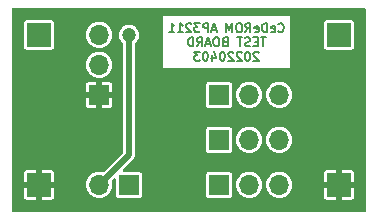
<source format=gbr>
%TF.GenerationSoftware,KiCad,Pcbnew,6.0.4*%
%TF.CreationDate,2022-04-03T03:04:26+02:00*%
%TF.ProjectId,cederom-ap3211-test,63656465-726f-46d2-9d61-70333231312d,2022-04-03*%
%TF.SameCoordinates,Original*%
%TF.FileFunction,Copper,L2,Bot*%
%TF.FilePolarity,Positive*%
%FSLAX46Y46*%
G04 Gerber Fmt 4.6, Leading zero omitted, Abs format (unit mm)*
G04 Created by KiCad (PCBNEW 6.0.4) date 2022-04-03 03:04:26*
%MOMM*%
%LPD*%
G01*
G04 APERTURE LIST*
%ADD10C,0.187500*%
%TA.AperFunction,NonConductor*%
%ADD11C,0.187500*%
%TD*%
%TA.AperFunction,ComponentPad*%
%ADD12R,2.000000X2.000000*%
%TD*%
%TA.AperFunction,ComponentPad*%
%ADD13O,1.700000X1.700000*%
%TD*%
%TA.AperFunction,ComponentPad*%
%ADD14R,1.700000X1.700000*%
%TD*%
%TA.AperFunction,ViaPad*%
%ADD15C,1.200000*%
%TD*%
%TA.AperFunction,Conductor*%
%ADD16C,0.500000*%
%TD*%
G04 APERTURE END LIST*
D10*
D11*
X83767857Y-50495357D02*
X83803571Y-50531071D01*
X83910714Y-50566785D01*
X83982142Y-50566785D01*
X84089285Y-50531071D01*
X84160714Y-50459642D01*
X84196428Y-50388214D01*
X84232142Y-50245357D01*
X84232142Y-50138214D01*
X84196428Y-49995357D01*
X84160714Y-49923928D01*
X84089285Y-49852500D01*
X83982142Y-49816785D01*
X83910714Y-49816785D01*
X83803571Y-49852500D01*
X83767857Y-49888214D01*
X83160714Y-50531071D02*
X83232142Y-50566785D01*
X83375000Y-50566785D01*
X83446428Y-50531071D01*
X83482142Y-50459642D01*
X83482142Y-50173928D01*
X83446428Y-50102500D01*
X83375000Y-50066785D01*
X83232142Y-50066785D01*
X83160714Y-50102500D01*
X83125000Y-50173928D01*
X83125000Y-50245357D01*
X83482142Y-50316785D01*
X82803571Y-50566785D02*
X82803571Y-49816785D01*
X82625000Y-49816785D01*
X82517857Y-49852500D01*
X82446428Y-49923928D01*
X82410714Y-49995357D01*
X82375000Y-50138214D01*
X82375000Y-50245357D01*
X82410714Y-50388214D01*
X82446428Y-50459642D01*
X82517857Y-50531071D01*
X82625000Y-50566785D01*
X82803571Y-50566785D01*
X81767857Y-50531071D02*
X81839285Y-50566785D01*
X81982142Y-50566785D01*
X82053571Y-50531071D01*
X82089285Y-50459642D01*
X82089285Y-50173928D01*
X82053571Y-50102500D01*
X81982142Y-50066785D01*
X81839285Y-50066785D01*
X81767857Y-50102500D01*
X81732142Y-50173928D01*
X81732142Y-50245357D01*
X82089285Y-50316785D01*
X80982142Y-50566785D02*
X81232142Y-50209642D01*
X81410714Y-50566785D02*
X81410714Y-49816785D01*
X81125000Y-49816785D01*
X81053571Y-49852500D01*
X81017857Y-49888214D01*
X80982142Y-49959642D01*
X80982142Y-50066785D01*
X81017857Y-50138214D01*
X81053571Y-50173928D01*
X81125000Y-50209642D01*
X81410714Y-50209642D01*
X80517857Y-49816785D02*
X80375000Y-49816785D01*
X80303571Y-49852500D01*
X80232142Y-49923928D01*
X80196428Y-50066785D01*
X80196428Y-50316785D01*
X80232142Y-50459642D01*
X80303571Y-50531071D01*
X80375000Y-50566785D01*
X80517857Y-50566785D01*
X80589285Y-50531071D01*
X80660714Y-50459642D01*
X80696428Y-50316785D01*
X80696428Y-50066785D01*
X80660714Y-49923928D01*
X80589285Y-49852500D01*
X80517857Y-49816785D01*
X79875000Y-50566785D02*
X79875000Y-49816785D01*
X79625000Y-50352500D01*
X79375000Y-49816785D01*
X79375000Y-50566785D01*
X78482142Y-50352500D02*
X78125000Y-50352500D01*
X78553571Y-50566785D02*
X78303571Y-49816785D01*
X78053571Y-50566785D01*
X77803571Y-50566785D02*
X77803571Y-49816785D01*
X77517857Y-49816785D01*
X77446428Y-49852500D01*
X77410714Y-49888214D01*
X77375000Y-49959642D01*
X77375000Y-50066785D01*
X77410714Y-50138214D01*
X77446428Y-50173928D01*
X77517857Y-50209642D01*
X77803571Y-50209642D01*
X77125000Y-49816785D02*
X76660714Y-49816785D01*
X76910714Y-50102500D01*
X76803571Y-50102500D01*
X76732142Y-50138214D01*
X76696428Y-50173928D01*
X76660714Y-50245357D01*
X76660714Y-50423928D01*
X76696428Y-50495357D01*
X76732142Y-50531071D01*
X76803571Y-50566785D01*
X77017857Y-50566785D01*
X77089285Y-50531071D01*
X77125000Y-50495357D01*
X76375000Y-49888214D02*
X76339285Y-49852500D01*
X76267857Y-49816785D01*
X76089285Y-49816785D01*
X76017857Y-49852500D01*
X75982142Y-49888214D01*
X75946428Y-49959642D01*
X75946428Y-50031071D01*
X75982142Y-50138214D01*
X76410714Y-50566785D01*
X75946428Y-50566785D01*
X75232142Y-50566785D02*
X75660714Y-50566785D01*
X75446428Y-50566785D02*
X75446428Y-49816785D01*
X75517857Y-49923928D01*
X75589285Y-49995357D01*
X75660714Y-50031071D01*
X74517857Y-50566785D02*
X74946428Y-50566785D01*
X74732142Y-50566785D02*
X74732142Y-49816785D01*
X74803571Y-49923928D01*
X74875000Y-49995357D01*
X74946428Y-50031071D01*
X82696428Y-51024285D02*
X82267857Y-51024285D01*
X82482142Y-51774285D02*
X82482142Y-51024285D01*
X82017857Y-51381428D02*
X81767857Y-51381428D01*
X81660714Y-51774285D02*
X82017857Y-51774285D01*
X82017857Y-51024285D01*
X81660714Y-51024285D01*
X81375000Y-51738571D02*
X81267857Y-51774285D01*
X81089285Y-51774285D01*
X81017857Y-51738571D01*
X80982142Y-51702857D01*
X80946428Y-51631428D01*
X80946428Y-51560000D01*
X80982142Y-51488571D01*
X81017857Y-51452857D01*
X81089285Y-51417142D01*
X81232142Y-51381428D01*
X81303571Y-51345714D01*
X81339285Y-51310000D01*
X81375000Y-51238571D01*
X81375000Y-51167142D01*
X81339285Y-51095714D01*
X81303571Y-51060000D01*
X81232142Y-51024285D01*
X81053571Y-51024285D01*
X80946428Y-51060000D01*
X80732142Y-51024285D02*
X80303571Y-51024285D01*
X80517857Y-51774285D02*
X80517857Y-51024285D01*
X79232142Y-51381428D02*
X79124999Y-51417142D01*
X79089285Y-51452857D01*
X79053571Y-51524285D01*
X79053571Y-51631428D01*
X79089285Y-51702857D01*
X79124999Y-51738571D01*
X79196428Y-51774285D01*
X79482142Y-51774285D01*
X79482142Y-51024285D01*
X79232142Y-51024285D01*
X79160714Y-51060000D01*
X79124999Y-51095714D01*
X79089285Y-51167142D01*
X79089285Y-51238571D01*
X79124999Y-51310000D01*
X79160714Y-51345714D01*
X79232142Y-51381428D01*
X79482142Y-51381428D01*
X78589285Y-51024285D02*
X78446428Y-51024285D01*
X78374999Y-51060000D01*
X78303571Y-51131428D01*
X78267857Y-51274285D01*
X78267857Y-51524285D01*
X78303571Y-51667142D01*
X78374999Y-51738571D01*
X78446428Y-51774285D01*
X78589285Y-51774285D01*
X78660714Y-51738571D01*
X78732142Y-51667142D01*
X78767857Y-51524285D01*
X78767857Y-51274285D01*
X78732142Y-51131428D01*
X78660714Y-51060000D01*
X78589285Y-51024285D01*
X77982142Y-51560000D02*
X77624999Y-51560000D01*
X78053571Y-51774285D02*
X77803571Y-51024285D01*
X77553571Y-51774285D01*
X76874999Y-51774285D02*
X77124999Y-51417142D01*
X77303571Y-51774285D02*
X77303571Y-51024285D01*
X77017857Y-51024285D01*
X76946428Y-51060000D01*
X76910714Y-51095714D01*
X76874999Y-51167142D01*
X76874999Y-51274285D01*
X76910714Y-51345714D01*
X76946428Y-51381428D01*
X77017857Y-51417142D01*
X77303571Y-51417142D01*
X76553571Y-51774285D02*
X76553571Y-51024285D01*
X76374999Y-51024285D01*
X76267857Y-51060000D01*
X76196428Y-51131428D01*
X76160714Y-51202857D01*
X76124999Y-51345714D01*
X76124999Y-51452857D01*
X76160714Y-51595714D01*
X76196428Y-51667142D01*
X76267857Y-51738571D01*
X76374999Y-51774285D01*
X76553571Y-51774285D01*
X82089285Y-52303214D02*
X82053571Y-52267500D01*
X81982142Y-52231785D01*
X81803571Y-52231785D01*
X81732142Y-52267500D01*
X81696428Y-52303214D01*
X81660714Y-52374642D01*
X81660714Y-52446071D01*
X81696428Y-52553214D01*
X82125000Y-52981785D01*
X81660714Y-52981785D01*
X81196428Y-52231785D02*
X81125000Y-52231785D01*
X81053571Y-52267500D01*
X81017857Y-52303214D01*
X80982142Y-52374642D01*
X80946428Y-52517500D01*
X80946428Y-52696071D01*
X80982142Y-52838928D01*
X81017857Y-52910357D01*
X81053571Y-52946071D01*
X81125000Y-52981785D01*
X81196428Y-52981785D01*
X81267857Y-52946071D01*
X81303571Y-52910357D01*
X81339285Y-52838928D01*
X81375000Y-52696071D01*
X81375000Y-52517500D01*
X81339285Y-52374642D01*
X81303571Y-52303214D01*
X81267857Y-52267500D01*
X81196428Y-52231785D01*
X80660714Y-52303214D02*
X80625000Y-52267500D01*
X80553571Y-52231785D01*
X80375000Y-52231785D01*
X80303571Y-52267500D01*
X80267857Y-52303214D01*
X80232142Y-52374642D01*
X80232142Y-52446071D01*
X80267857Y-52553214D01*
X80696428Y-52981785D01*
X80232142Y-52981785D01*
X79946428Y-52303214D02*
X79910714Y-52267500D01*
X79839285Y-52231785D01*
X79660714Y-52231785D01*
X79589285Y-52267500D01*
X79553571Y-52303214D01*
X79517857Y-52374642D01*
X79517857Y-52446071D01*
X79553571Y-52553214D01*
X79982142Y-52981785D01*
X79517857Y-52981785D01*
X79053571Y-52231785D02*
X78982142Y-52231785D01*
X78910714Y-52267500D01*
X78875000Y-52303214D01*
X78839285Y-52374642D01*
X78803571Y-52517500D01*
X78803571Y-52696071D01*
X78839285Y-52838928D01*
X78875000Y-52910357D01*
X78910714Y-52946071D01*
X78982142Y-52981785D01*
X79053571Y-52981785D01*
X79125000Y-52946071D01*
X79160714Y-52910357D01*
X79196428Y-52838928D01*
X79232142Y-52696071D01*
X79232142Y-52517500D01*
X79196428Y-52374642D01*
X79160714Y-52303214D01*
X79125000Y-52267500D01*
X79053571Y-52231785D01*
X78160714Y-52481785D02*
X78160714Y-52981785D01*
X78339285Y-52196071D02*
X78517857Y-52731785D01*
X78053571Y-52731785D01*
X77625000Y-52231785D02*
X77553571Y-52231785D01*
X77482142Y-52267500D01*
X77446428Y-52303214D01*
X77410714Y-52374642D01*
X77375000Y-52517500D01*
X77375000Y-52696071D01*
X77410714Y-52838928D01*
X77446428Y-52910357D01*
X77482142Y-52946071D01*
X77553571Y-52981785D01*
X77625000Y-52981785D01*
X77696428Y-52946071D01*
X77732142Y-52910357D01*
X77767857Y-52838928D01*
X77803571Y-52696071D01*
X77803571Y-52517500D01*
X77767857Y-52374642D01*
X77732142Y-52303214D01*
X77696428Y-52267500D01*
X77625000Y-52231785D01*
X77125000Y-52231785D02*
X76660714Y-52231785D01*
X76910714Y-52517500D01*
X76803571Y-52517500D01*
X76732142Y-52553214D01*
X76696428Y-52588928D01*
X76660714Y-52660357D01*
X76660714Y-52838928D01*
X76696428Y-52910357D01*
X76732142Y-52946071D01*
X76803571Y-52981785D01*
X77017857Y-52981785D01*
X77089285Y-52946071D01*
X77125000Y-52910357D01*
D12*
%TO.P,TP4,1,1*%
%TO.N,GND*%
X88900000Y-63500000D03*
%TD*%
%TO.P,TP3,1,1*%
%TO.N,Net-(C2-Pad1)*%
X88900000Y-50800000D03*
%TD*%
%TO.P,TP2,1,1*%
%TO.N,GND*%
X63500000Y-63500000D03*
%TD*%
%TO.P,TP1,1,1*%
%TO.N,Net-(C1-Pad1)*%
X63500000Y-50800000D03*
%TD*%
D13*
%TO.P,R`1,2,Pin_2*%
%TO.N,Net-(R1-Pad1)*%
X68580000Y-63500000D03*
D14*
%TO.P,R`1,1,Pin_1*%
%TO.N,Net-(JP4-Pad1)*%
X71120000Y-63500000D03*
%TD*%
%TO.P,JP4,1,A*%
%TO.N,Net-(JP4-Pad1)*%
X78755000Y-63500000D03*
D13*
%TO.P,JP4,2,C*%
%TO.N,Net-(C2-Pad1)*%
X81295000Y-63500000D03*
%TO.P,JP4,3,B*%
%TO.N,Net-(JP4-Pad3)*%
X83835000Y-63500000D03*
%TD*%
D14*
%TO.P,JP3,1,A*%
%TO.N,Net-(JP3-Pad1)*%
X78755000Y-55880000D03*
D13*
%TO.P,JP3,2,C*%
%TO.N,Net-(CB1-Pad2)*%
X81295000Y-55880000D03*
%TO.P,JP3,3,B*%
%TO.N,Net-(JP3-Pad3)*%
X83835000Y-55880000D03*
%TD*%
%TO.P,JP2,3,B*%
%TO.N,Net-(D2-Pad1)*%
X83820000Y-59690000D03*
%TO.P,JP2,2,C*%
%TO.N,Net-(CB1-Pad2)*%
X81280000Y-59690000D03*
D14*
%TO.P,JP2,1,A*%
%TO.N,Net-(D1-Pad1)*%
X78740000Y-59690000D03*
%TD*%
%TO.P,JP1,1,A*%
%TO.N,GND*%
X68580000Y-55880000D03*
D13*
%TO.P,JP1,2,C*%
%TO.N,Net-(JP1-Pad2)*%
X68580000Y-53340000D03*
%TO.P,JP1,3,B*%
%TO.N,Net-(C1-Pad1)*%
X68580000Y-50800000D03*
%TD*%
D15*
%TO.N,Net-(R1-Pad1)*%
X71120000Y-50800000D03*
%TD*%
D16*
%TO.N,Net-(R1-Pad1)*%
X71120000Y-50800000D02*
X71120000Y-60960000D01*
X71120000Y-60960000D02*
X68580000Y-63500000D01*
%TD*%
%TA.AperFunction,Conductor*%
%TO.N,GND*%
G36*
X91127621Y-48534502D02*
G01*
X91174114Y-48588158D01*
X91185500Y-48640500D01*
X91185500Y-65659500D01*
X91165498Y-65727621D01*
X91111842Y-65774114D01*
X91059500Y-65785500D01*
X61340500Y-65785500D01*
X61272379Y-65765498D01*
X61225886Y-65711842D01*
X61214500Y-65659500D01*
X61214500Y-64518828D01*
X62246001Y-64518828D01*
X62247209Y-64531088D01*
X62258315Y-64586931D01*
X62267633Y-64609427D01*
X62309983Y-64672808D01*
X62327192Y-64690017D01*
X62390575Y-64732368D01*
X62413066Y-64741684D01*
X62468915Y-64752793D01*
X62481170Y-64754000D01*
X63227885Y-64754000D01*
X63243124Y-64749525D01*
X63244329Y-64748135D01*
X63246000Y-64740452D01*
X63246000Y-64735884D01*
X63754000Y-64735884D01*
X63758475Y-64751123D01*
X63759865Y-64752328D01*
X63767548Y-64753999D01*
X64518828Y-64753999D01*
X64531088Y-64752791D01*
X64586931Y-64741685D01*
X64609427Y-64732367D01*
X64672808Y-64690017D01*
X64690017Y-64672808D01*
X64732368Y-64609425D01*
X64741684Y-64586934D01*
X64752793Y-64531085D01*
X64754000Y-64518830D01*
X64754000Y-63772115D01*
X64749525Y-63756876D01*
X64748135Y-63755671D01*
X64740452Y-63754000D01*
X63772115Y-63754000D01*
X63756876Y-63758475D01*
X63755671Y-63759865D01*
X63754000Y-63767548D01*
X63754000Y-64735884D01*
X63246000Y-64735884D01*
X63246000Y-63772115D01*
X63241525Y-63756876D01*
X63240135Y-63755671D01*
X63232452Y-63754000D01*
X62264116Y-63754000D01*
X62248877Y-63758475D01*
X62247672Y-63759865D01*
X62246001Y-63767548D01*
X62246001Y-64518828D01*
X61214500Y-64518828D01*
X61214500Y-63470964D01*
X67471148Y-63470964D01*
X67484424Y-63673522D01*
X67485845Y-63679118D01*
X67485846Y-63679123D01*
X67532971Y-63864674D01*
X67534392Y-63870269D01*
X67536809Y-63875512D01*
X67574010Y-63956208D01*
X67619377Y-64054616D01*
X67736533Y-64220389D01*
X67881938Y-64362035D01*
X68050720Y-64474812D01*
X68056023Y-64477090D01*
X68056026Y-64477092D01*
X68181699Y-64531085D01*
X68237228Y-64554942D01*
X68310244Y-64571464D01*
X68429579Y-64598467D01*
X68429584Y-64598468D01*
X68435216Y-64599742D01*
X68440987Y-64599969D01*
X68440989Y-64599969D01*
X68500756Y-64602317D01*
X68638053Y-64607712D01*
X68745348Y-64592155D01*
X68833231Y-64579413D01*
X68833236Y-64579412D01*
X68838945Y-64578584D01*
X68844409Y-64576729D01*
X68844414Y-64576728D01*
X69025693Y-64515192D01*
X69025698Y-64515190D01*
X69031165Y-64513334D01*
X69208276Y-64414147D01*
X69247969Y-64381135D01*
X69359913Y-64288031D01*
X69364345Y-64284345D01*
X69494147Y-64128276D01*
X69593334Y-63951165D01*
X69595190Y-63945698D01*
X69595192Y-63945693D01*
X69656728Y-63764414D01*
X69656729Y-63764409D01*
X69658584Y-63758945D01*
X69659412Y-63753236D01*
X69659413Y-63753231D01*
X69687179Y-63561727D01*
X69687712Y-63558053D01*
X69689232Y-63500000D01*
X69670658Y-63297859D01*
X69664244Y-63275115D01*
X69652196Y-63232398D01*
X69652956Y-63161405D01*
X69684370Y-63109101D01*
X69800405Y-62993066D01*
X69862717Y-62959040D01*
X69933532Y-62964105D01*
X69990368Y-63006652D01*
X70015179Y-63073172D01*
X70015500Y-63082161D01*
X70015501Y-63753231D01*
X70015501Y-64375066D01*
X70030266Y-64449301D01*
X70037161Y-64459620D01*
X70037162Y-64459622D01*
X70076723Y-64518828D01*
X70086516Y-64533484D01*
X70170699Y-64589734D01*
X70244933Y-64604500D01*
X71119858Y-64604500D01*
X71995066Y-64604499D01*
X72030818Y-64597388D01*
X72057126Y-64592156D01*
X72057128Y-64592155D01*
X72069301Y-64589734D01*
X72079621Y-64582839D01*
X72079622Y-64582838D01*
X72143168Y-64540377D01*
X72153484Y-64533484D01*
X72209734Y-64449301D01*
X72224500Y-64375067D01*
X72224499Y-62624934D01*
X72224499Y-62624933D01*
X77650500Y-62624933D01*
X77650501Y-64375066D01*
X77665266Y-64449301D01*
X77672161Y-64459620D01*
X77672162Y-64459622D01*
X77711723Y-64518828D01*
X77721516Y-64533484D01*
X77805699Y-64589734D01*
X77879933Y-64604500D01*
X78754858Y-64604500D01*
X79630066Y-64604499D01*
X79665818Y-64597388D01*
X79692126Y-64592156D01*
X79692128Y-64592155D01*
X79704301Y-64589734D01*
X79714621Y-64582839D01*
X79714622Y-64582838D01*
X79778168Y-64540377D01*
X79788484Y-64533484D01*
X79844734Y-64449301D01*
X79859500Y-64375067D01*
X79859499Y-63470964D01*
X80186148Y-63470964D01*
X80199424Y-63673522D01*
X80200845Y-63679118D01*
X80200846Y-63679123D01*
X80247971Y-63864674D01*
X80249392Y-63870269D01*
X80251809Y-63875512D01*
X80289010Y-63956208D01*
X80334377Y-64054616D01*
X80451533Y-64220389D01*
X80596938Y-64362035D01*
X80765720Y-64474812D01*
X80771023Y-64477090D01*
X80771026Y-64477092D01*
X80896699Y-64531085D01*
X80952228Y-64554942D01*
X81025244Y-64571464D01*
X81144579Y-64598467D01*
X81144584Y-64598468D01*
X81150216Y-64599742D01*
X81155987Y-64599969D01*
X81155989Y-64599969D01*
X81215756Y-64602317D01*
X81353053Y-64607712D01*
X81460348Y-64592155D01*
X81548231Y-64579413D01*
X81548236Y-64579412D01*
X81553945Y-64578584D01*
X81559409Y-64576729D01*
X81559414Y-64576728D01*
X81740693Y-64515192D01*
X81740698Y-64515190D01*
X81746165Y-64513334D01*
X81923276Y-64414147D01*
X81962969Y-64381135D01*
X82074913Y-64288031D01*
X82079345Y-64284345D01*
X82209147Y-64128276D01*
X82308334Y-63951165D01*
X82310190Y-63945698D01*
X82310192Y-63945693D01*
X82371728Y-63764414D01*
X82371729Y-63764409D01*
X82373584Y-63758945D01*
X82374412Y-63753236D01*
X82374413Y-63753231D01*
X82402179Y-63561727D01*
X82402712Y-63558053D01*
X82404232Y-63500000D01*
X82401564Y-63470964D01*
X82726148Y-63470964D01*
X82739424Y-63673522D01*
X82740845Y-63679118D01*
X82740846Y-63679123D01*
X82787971Y-63864674D01*
X82789392Y-63870269D01*
X82791809Y-63875512D01*
X82829010Y-63956208D01*
X82874377Y-64054616D01*
X82991533Y-64220389D01*
X83136938Y-64362035D01*
X83305720Y-64474812D01*
X83311023Y-64477090D01*
X83311026Y-64477092D01*
X83436699Y-64531085D01*
X83492228Y-64554942D01*
X83565244Y-64571464D01*
X83684579Y-64598467D01*
X83684584Y-64598468D01*
X83690216Y-64599742D01*
X83695987Y-64599969D01*
X83695989Y-64599969D01*
X83755756Y-64602317D01*
X83893053Y-64607712D01*
X84000348Y-64592155D01*
X84088231Y-64579413D01*
X84088236Y-64579412D01*
X84093945Y-64578584D01*
X84099409Y-64576729D01*
X84099414Y-64576728D01*
X84269982Y-64518828D01*
X87646001Y-64518828D01*
X87647209Y-64531088D01*
X87658315Y-64586931D01*
X87667633Y-64609427D01*
X87709983Y-64672808D01*
X87727192Y-64690017D01*
X87790575Y-64732368D01*
X87813066Y-64741684D01*
X87868915Y-64752793D01*
X87881170Y-64754000D01*
X88627885Y-64754000D01*
X88643124Y-64749525D01*
X88644329Y-64748135D01*
X88646000Y-64740452D01*
X88646000Y-64735884D01*
X89154000Y-64735884D01*
X89158475Y-64751123D01*
X89159865Y-64752328D01*
X89167548Y-64753999D01*
X89918828Y-64753999D01*
X89931088Y-64752791D01*
X89986931Y-64741685D01*
X90009427Y-64732367D01*
X90072808Y-64690017D01*
X90090017Y-64672808D01*
X90132368Y-64609425D01*
X90141684Y-64586934D01*
X90152793Y-64531085D01*
X90154000Y-64518830D01*
X90154000Y-63772115D01*
X90149525Y-63756876D01*
X90148135Y-63755671D01*
X90140452Y-63754000D01*
X89172115Y-63754000D01*
X89156876Y-63758475D01*
X89155671Y-63759865D01*
X89154000Y-63767548D01*
X89154000Y-64735884D01*
X88646000Y-64735884D01*
X88646000Y-63772115D01*
X88641525Y-63756876D01*
X88640135Y-63755671D01*
X88632452Y-63754000D01*
X87664116Y-63754000D01*
X87648877Y-63758475D01*
X87647672Y-63759865D01*
X87646001Y-63767548D01*
X87646001Y-64518828D01*
X84269982Y-64518828D01*
X84280693Y-64515192D01*
X84280698Y-64515190D01*
X84286165Y-64513334D01*
X84463276Y-64414147D01*
X84502969Y-64381135D01*
X84614913Y-64288031D01*
X84619345Y-64284345D01*
X84749147Y-64128276D01*
X84848334Y-63951165D01*
X84850190Y-63945698D01*
X84850192Y-63945693D01*
X84911728Y-63764414D01*
X84911729Y-63764409D01*
X84913584Y-63758945D01*
X84914412Y-63753236D01*
X84914413Y-63753231D01*
X84942179Y-63561727D01*
X84942712Y-63558053D01*
X84944232Y-63500000D01*
X84925658Y-63297859D01*
X84924090Y-63292299D01*
X84905923Y-63227885D01*
X87646000Y-63227885D01*
X87650475Y-63243124D01*
X87651865Y-63244329D01*
X87659548Y-63246000D01*
X88627885Y-63246000D01*
X88643124Y-63241525D01*
X88644329Y-63240135D01*
X88646000Y-63232452D01*
X88646000Y-63227885D01*
X89154000Y-63227885D01*
X89158475Y-63243124D01*
X89159865Y-63244329D01*
X89167548Y-63246000D01*
X90135884Y-63246000D01*
X90151123Y-63241525D01*
X90152328Y-63240135D01*
X90153999Y-63232452D01*
X90153999Y-62481172D01*
X90152791Y-62468912D01*
X90141685Y-62413069D01*
X90132367Y-62390573D01*
X90090017Y-62327192D01*
X90072808Y-62309983D01*
X90009425Y-62267632D01*
X89986934Y-62258316D01*
X89931085Y-62247207D01*
X89918830Y-62246000D01*
X89172115Y-62246000D01*
X89156876Y-62250475D01*
X89155671Y-62251865D01*
X89154000Y-62259548D01*
X89154000Y-63227885D01*
X88646000Y-63227885D01*
X88646000Y-62264116D01*
X88641525Y-62248877D01*
X88640135Y-62247672D01*
X88632452Y-62246001D01*
X87881172Y-62246001D01*
X87868912Y-62247209D01*
X87813069Y-62258315D01*
X87790573Y-62267633D01*
X87727192Y-62309983D01*
X87709983Y-62327192D01*
X87667632Y-62390575D01*
X87658316Y-62413066D01*
X87647207Y-62468915D01*
X87646000Y-62481170D01*
X87646000Y-63227885D01*
X84905923Y-63227885D01*
X84872125Y-63108046D01*
X84872124Y-63108044D01*
X84870557Y-63102487D01*
X84860534Y-63082161D01*
X84783331Y-62925609D01*
X84780776Y-62920428D01*
X84659320Y-62757779D01*
X84510258Y-62619987D01*
X84505375Y-62616906D01*
X84505371Y-62616903D01*
X84343464Y-62514748D01*
X84338581Y-62511667D01*
X84150039Y-62436446D01*
X84144379Y-62435320D01*
X84144375Y-62435319D01*
X83956613Y-62397971D01*
X83956610Y-62397971D01*
X83950946Y-62396844D01*
X83945171Y-62396768D01*
X83945167Y-62396768D01*
X83843793Y-62395441D01*
X83747971Y-62394187D01*
X83742274Y-62395166D01*
X83742273Y-62395166D01*
X83614271Y-62417161D01*
X83547910Y-62428564D01*
X83357463Y-62498824D01*
X83183010Y-62602612D01*
X83178670Y-62606418D01*
X83178666Y-62606421D01*
X83034733Y-62732648D01*
X83030392Y-62736455D01*
X82904720Y-62895869D01*
X82902031Y-62900980D01*
X82902029Y-62900983D01*
X82889073Y-62925609D01*
X82810203Y-63075515D01*
X82750007Y-63269378D01*
X82726148Y-63470964D01*
X82401564Y-63470964D01*
X82385658Y-63297859D01*
X82384090Y-63292299D01*
X82332125Y-63108046D01*
X82332124Y-63108044D01*
X82330557Y-63102487D01*
X82320534Y-63082161D01*
X82243331Y-62925609D01*
X82240776Y-62920428D01*
X82119320Y-62757779D01*
X81970258Y-62619987D01*
X81965375Y-62616906D01*
X81965371Y-62616903D01*
X81803464Y-62514748D01*
X81798581Y-62511667D01*
X81610039Y-62436446D01*
X81604379Y-62435320D01*
X81604375Y-62435319D01*
X81416613Y-62397971D01*
X81416610Y-62397971D01*
X81410946Y-62396844D01*
X81405171Y-62396768D01*
X81405167Y-62396768D01*
X81303793Y-62395441D01*
X81207971Y-62394187D01*
X81202274Y-62395166D01*
X81202273Y-62395166D01*
X81074271Y-62417161D01*
X81007910Y-62428564D01*
X80817463Y-62498824D01*
X80643010Y-62602612D01*
X80638670Y-62606418D01*
X80638666Y-62606421D01*
X80494733Y-62732648D01*
X80490392Y-62736455D01*
X80364720Y-62895869D01*
X80362031Y-62900980D01*
X80362029Y-62900983D01*
X80349073Y-62925609D01*
X80270203Y-63075515D01*
X80210007Y-63269378D01*
X80186148Y-63470964D01*
X79859499Y-63470964D01*
X79859499Y-62624934D01*
X79844734Y-62550699D01*
X79818654Y-62511667D01*
X79795377Y-62476832D01*
X79788484Y-62466516D01*
X79704301Y-62410266D01*
X79630067Y-62395500D01*
X78755142Y-62395500D01*
X77879934Y-62395501D01*
X77844182Y-62402612D01*
X77817874Y-62407844D01*
X77817872Y-62407845D01*
X77805699Y-62410266D01*
X77795379Y-62417161D01*
X77795378Y-62417162D01*
X77751561Y-62446440D01*
X77721516Y-62466516D01*
X77665266Y-62550699D01*
X77650500Y-62624933D01*
X72224499Y-62624933D01*
X72209734Y-62550699D01*
X72183654Y-62511667D01*
X72160377Y-62476832D01*
X72153484Y-62466516D01*
X72069301Y-62410266D01*
X71995067Y-62395500D01*
X71963231Y-62395500D01*
X70702159Y-62395501D01*
X70634039Y-62375499D01*
X70587546Y-62321843D01*
X70577442Y-62251569D01*
X70606935Y-62186989D01*
X70613065Y-62180406D01*
X71426794Y-61366677D01*
X71436234Y-61359135D01*
X71435911Y-61358755D01*
X71442747Y-61352937D01*
X71450339Y-61348147D01*
X71485672Y-61308140D01*
X71491017Y-61302454D01*
X71502351Y-61291120D01*
X71505038Y-61287534D01*
X71505043Y-61287529D01*
X71508557Y-61282841D01*
X71514938Y-61275003D01*
X71540060Y-61246557D01*
X71546001Y-61239830D01*
X71549815Y-61231707D01*
X71551661Y-61228896D01*
X71560072Y-61214897D01*
X71561686Y-61211948D01*
X71567070Y-61204765D01*
X71583542Y-61160826D01*
X71587469Y-61151506D01*
X71603602Y-61117144D01*
X71603602Y-61117143D01*
X71607417Y-61109018D01*
X71608798Y-61100147D01*
X71609783Y-61096925D01*
X71613920Y-61081154D01*
X71614644Y-61077860D01*
X71617798Y-61069448D01*
X71621276Y-61022650D01*
X71622426Y-61012626D01*
X71624500Y-60999303D01*
X71624500Y-60983938D01*
X71624846Y-60974601D01*
X71627842Y-60934282D01*
X71628507Y-60925334D01*
X71626634Y-60916559D01*
X71626041Y-60907863D01*
X71624500Y-60893263D01*
X71624500Y-58814933D01*
X77635500Y-58814933D01*
X77635501Y-60565066D01*
X77650266Y-60639301D01*
X77657161Y-60649620D01*
X77657162Y-60649622D01*
X77697516Y-60710015D01*
X77706516Y-60723484D01*
X77790699Y-60779734D01*
X77864933Y-60794500D01*
X78739858Y-60794500D01*
X79615066Y-60794499D01*
X79650818Y-60787388D01*
X79677126Y-60782156D01*
X79677128Y-60782155D01*
X79689301Y-60779734D01*
X79699621Y-60772839D01*
X79699622Y-60772838D01*
X79763168Y-60730377D01*
X79773484Y-60723484D01*
X79829734Y-60639301D01*
X79844500Y-60565067D01*
X79844499Y-59660964D01*
X80171148Y-59660964D01*
X80184424Y-59863522D01*
X80185845Y-59869118D01*
X80185846Y-59869123D01*
X80206119Y-59948945D01*
X80234392Y-60060269D01*
X80236809Y-60065512D01*
X80274010Y-60146208D01*
X80319377Y-60244616D01*
X80436533Y-60410389D01*
X80581938Y-60552035D01*
X80750720Y-60664812D01*
X80756023Y-60667090D01*
X80756026Y-60667092D01*
X80887283Y-60723484D01*
X80937228Y-60744942D01*
X81010244Y-60761464D01*
X81129579Y-60788467D01*
X81129584Y-60788468D01*
X81135216Y-60789742D01*
X81140987Y-60789969D01*
X81140989Y-60789969D01*
X81200756Y-60792317D01*
X81338053Y-60797712D01*
X81445348Y-60782155D01*
X81533231Y-60769413D01*
X81533236Y-60769412D01*
X81538945Y-60768584D01*
X81544409Y-60766729D01*
X81544414Y-60766728D01*
X81725693Y-60705192D01*
X81725698Y-60705190D01*
X81731165Y-60703334D01*
X81908276Y-60604147D01*
X81947969Y-60571135D01*
X82059913Y-60478031D01*
X82064345Y-60474345D01*
X82194147Y-60318276D01*
X82293334Y-60141165D01*
X82295190Y-60135698D01*
X82295192Y-60135693D01*
X82356728Y-59954414D01*
X82356729Y-59954409D01*
X82358584Y-59948945D01*
X82359412Y-59943236D01*
X82359413Y-59943231D01*
X82387179Y-59751727D01*
X82387712Y-59748053D01*
X82389232Y-59690000D01*
X82386564Y-59660964D01*
X82711148Y-59660964D01*
X82724424Y-59863522D01*
X82725845Y-59869118D01*
X82725846Y-59869123D01*
X82746119Y-59948945D01*
X82774392Y-60060269D01*
X82776809Y-60065512D01*
X82814010Y-60146208D01*
X82859377Y-60244616D01*
X82976533Y-60410389D01*
X83121938Y-60552035D01*
X83290720Y-60664812D01*
X83296023Y-60667090D01*
X83296026Y-60667092D01*
X83427283Y-60723484D01*
X83477228Y-60744942D01*
X83550244Y-60761464D01*
X83669579Y-60788467D01*
X83669584Y-60788468D01*
X83675216Y-60789742D01*
X83680987Y-60789969D01*
X83680989Y-60789969D01*
X83740756Y-60792317D01*
X83878053Y-60797712D01*
X83985348Y-60782155D01*
X84073231Y-60769413D01*
X84073236Y-60769412D01*
X84078945Y-60768584D01*
X84084409Y-60766729D01*
X84084414Y-60766728D01*
X84265693Y-60705192D01*
X84265698Y-60705190D01*
X84271165Y-60703334D01*
X84448276Y-60604147D01*
X84487969Y-60571135D01*
X84599913Y-60478031D01*
X84604345Y-60474345D01*
X84734147Y-60318276D01*
X84833334Y-60141165D01*
X84835190Y-60135698D01*
X84835192Y-60135693D01*
X84896728Y-59954414D01*
X84896729Y-59954409D01*
X84898584Y-59948945D01*
X84899412Y-59943236D01*
X84899413Y-59943231D01*
X84927179Y-59751727D01*
X84927712Y-59748053D01*
X84929232Y-59690000D01*
X84910658Y-59487859D01*
X84909090Y-59482299D01*
X84857125Y-59298046D01*
X84857124Y-59298044D01*
X84855557Y-59292487D01*
X84844978Y-59271033D01*
X84768331Y-59115609D01*
X84765776Y-59110428D01*
X84644320Y-58947779D01*
X84495258Y-58809987D01*
X84490375Y-58806906D01*
X84490371Y-58806903D01*
X84328464Y-58704748D01*
X84323581Y-58701667D01*
X84135039Y-58626446D01*
X84129379Y-58625320D01*
X84129375Y-58625319D01*
X83941613Y-58587971D01*
X83941610Y-58587971D01*
X83935946Y-58586844D01*
X83930171Y-58586768D01*
X83930167Y-58586768D01*
X83828793Y-58585441D01*
X83732971Y-58584187D01*
X83727274Y-58585166D01*
X83727273Y-58585166D01*
X83639397Y-58600266D01*
X83532910Y-58618564D01*
X83342463Y-58688824D01*
X83168010Y-58792612D01*
X83163670Y-58796418D01*
X83163666Y-58796421D01*
X83019733Y-58922648D01*
X83015392Y-58926455D01*
X82889720Y-59085869D01*
X82887031Y-59090980D01*
X82887029Y-59090983D01*
X82874073Y-59115609D01*
X82795203Y-59265515D01*
X82735007Y-59459378D01*
X82711148Y-59660964D01*
X82386564Y-59660964D01*
X82370658Y-59487859D01*
X82369090Y-59482299D01*
X82317125Y-59298046D01*
X82317124Y-59298044D01*
X82315557Y-59292487D01*
X82304978Y-59271033D01*
X82228331Y-59115609D01*
X82225776Y-59110428D01*
X82104320Y-58947779D01*
X81955258Y-58809987D01*
X81950375Y-58806906D01*
X81950371Y-58806903D01*
X81788464Y-58704748D01*
X81783581Y-58701667D01*
X81595039Y-58626446D01*
X81589379Y-58625320D01*
X81589375Y-58625319D01*
X81401613Y-58587971D01*
X81401610Y-58587971D01*
X81395946Y-58586844D01*
X81390171Y-58586768D01*
X81390167Y-58586768D01*
X81288793Y-58585441D01*
X81192971Y-58584187D01*
X81187274Y-58585166D01*
X81187273Y-58585166D01*
X81099397Y-58600266D01*
X80992910Y-58618564D01*
X80802463Y-58688824D01*
X80628010Y-58792612D01*
X80623670Y-58796418D01*
X80623666Y-58796421D01*
X80479733Y-58922648D01*
X80475392Y-58926455D01*
X80349720Y-59085869D01*
X80347031Y-59090980D01*
X80347029Y-59090983D01*
X80334073Y-59115609D01*
X80255203Y-59265515D01*
X80195007Y-59459378D01*
X80171148Y-59660964D01*
X79844499Y-59660964D01*
X79844499Y-58814934D01*
X79829734Y-58740699D01*
X79803654Y-58701667D01*
X79780377Y-58666832D01*
X79773484Y-58656516D01*
X79689301Y-58600266D01*
X79615067Y-58585500D01*
X78740142Y-58585500D01*
X77864934Y-58585501D01*
X77829182Y-58592612D01*
X77802874Y-58597844D01*
X77802872Y-58597845D01*
X77790699Y-58600266D01*
X77780379Y-58607161D01*
X77780378Y-58607162D01*
X77719985Y-58647516D01*
X77706516Y-58656516D01*
X77650266Y-58740699D01*
X77635500Y-58814933D01*
X71624500Y-58814933D01*
X71624500Y-55004933D01*
X77650500Y-55004933D01*
X77650501Y-56755066D01*
X77657539Y-56790453D01*
X77662806Y-56816931D01*
X77665266Y-56829301D01*
X77672161Y-56839620D01*
X77672162Y-56839622D01*
X77712516Y-56900015D01*
X77721516Y-56913484D01*
X77805699Y-56969734D01*
X77879933Y-56984500D01*
X78754858Y-56984500D01*
X79630066Y-56984499D01*
X79665818Y-56977388D01*
X79692126Y-56972156D01*
X79692128Y-56972155D01*
X79704301Y-56969734D01*
X79714621Y-56962839D01*
X79714622Y-56962838D01*
X79778168Y-56920377D01*
X79788484Y-56913484D01*
X79844734Y-56829301D01*
X79859500Y-56755067D01*
X79859499Y-55850964D01*
X80186148Y-55850964D01*
X80199424Y-56053522D01*
X80200845Y-56059118D01*
X80200846Y-56059123D01*
X80247971Y-56244674D01*
X80249392Y-56250269D01*
X80251809Y-56255512D01*
X80289010Y-56336208D01*
X80334377Y-56434616D01*
X80451533Y-56600389D01*
X80596938Y-56742035D01*
X80765720Y-56854812D01*
X80771023Y-56857090D01*
X80771026Y-56857092D01*
X80902283Y-56913484D01*
X80952228Y-56934942D01*
X81025244Y-56951464D01*
X81144579Y-56978467D01*
X81144584Y-56978468D01*
X81150216Y-56979742D01*
X81155987Y-56979969D01*
X81155989Y-56979969D01*
X81215756Y-56982317D01*
X81353053Y-56987712D01*
X81463596Y-56971684D01*
X81548231Y-56959413D01*
X81548236Y-56959412D01*
X81553945Y-56958584D01*
X81559409Y-56956729D01*
X81559414Y-56956728D01*
X81740693Y-56895192D01*
X81740698Y-56895190D01*
X81746165Y-56893334D01*
X81923276Y-56794147D01*
X81962969Y-56761135D01*
X82074913Y-56668031D01*
X82079345Y-56664345D01*
X82209147Y-56508276D01*
X82308334Y-56331165D01*
X82310190Y-56325698D01*
X82310192Y-56325693D01*
X82371728Y-56144414D01*
X82371729Y-56144409D01*
X82373584Y-56138945D01*
X82374412Y-56133236D01*
X82374413Y-56133231D01*
X82402179Y-55941727D01*
X82402712Y-55938053D01*
X82404232Y-55880000D01*
X82401564Y-55850964D01*
X82726148Y-55850964D01*
X82739424Y-56053522D01*
X82740845Y-56059118D01*
X82740846Y-56059123D01*
X82787971Y-56244674D01*
X82789392Y-56250269D01*
X82791809Y-56255512D01*
X82829010Y-56336208D01*
X82874377Y-56434616D01*
X82991533Y-56600389D01*
X83136938Y-56742035D01*
X83305720Y-56854812D01*
X83311023Y-56857090D01*
X83311026Y-56857092D01*
X83442283Y-56913484D01*
X83492228Y-56934942D01*
X83565244Y-56951464D01*
X83684579Y-56978467D01*
X83684584Y-56978468D01*
X83690216Y-56979742D01*
X83695987Y-56979969D01*
X83695989Y-56979969D01*
X83755756Y-56982317D01*
X83893053Y-56987712D01*
X84003596Y-56971684D01*
X84088231Y-56959413D01*
X84088236Y-56959412D01*
X84093945Y-56958584D01*
X84099409Y-56956729D01*
X84099414Y-56956728D01*
X84280693Y-56895192D01*
X84280698Y-56895190D01*
X84286165Y-56893334D01*
X84463276Y-56794147D01*
X84502969Y-56761135D01*
X84614913Y-56668031D01*
X84619345Y-56664345D01*
X84749147Y-56508276D01*
X84848334Y-56331165D01*
X84850190Y-56325698D01*
X84850192Y-56325693D01*
X84911728Y-56144414D01*
X84911729Y-56144409D01*
X84913584Y-56138945D01*
X84914412Y-56133236D01*
X84914413Y-56133231D01*
X84942179Y-55941727D01*
X84942712Y-55938053D01*
X84944232Y-55880000D01*
X84925658Y-55677859D01*
X84924090Y-55672299D01*
X84872125Y-55488046D01*
X84872124Y-55488044D01*
X84870557Y-55482487D01*
X84859978Y-55461033D01*
X84783331Y-55305609D01*
X84780776Y-55300428D01*
X84659320Y-55137779D01*
X84510258Y-54999987D01*
X84505375Y-54996906D01*
X84505371Y-54996903D01*
X84343464Y-54894748D01*
X84338581Y-54891667D01*
X84150039Y-54816446D01*
X84144379Y-54815320D01*
X84144375Y-54815319D01*
X83956613Y-54777971D01*
X83956610Y-54777971D01*
X83950946Y-54776844D01*
X83945171Y-54776768D01*
X83945167Y-54776768D01*
X83843793Y-54775441D01*
X83747971Y-54774187D01*
X83742274Y-54775166D01*
X83742273Y-54775166D01*
X83614271Y-54797161D01*
X83547910Y-54808564D01*
X83357463Y-54878824D01*
X83183010Y-54982612D01*
X83178670Y-54986418D01*
X83178666Y-54986421D01*
X83034733Y-55112648D01*
X83030392Y-55116455D01*
X82904720Y-55275869D01*
X82902031Y-55280980D01*
X82902029Y-55280983D01*
X82889073Y-55305609D01*
X82810203Y-55455515D01*
X82750007Y-55649378D01*
X82726148Y-55850964D01*
X82401564Y-55850964D01*
X82385658Y-55677859D01*
X82384090Y-55672299D01*
X82332125Y-55488046D01*
X82332124Y-55488044D01*
X82330557Y-55482487D01*
X82319978Y-55461033D01*
X82243331Y-55305609D01*
X82240776Y-55300428D01*
X82119320Y-55137779D01*
X81970258Y-54999987D01*
X81965375Y-54996906D01*
X81965371Y-54996903D01*
X81803464Y-54894748D01*
X81798581Y-54891667D01*
X81610039Y-54816446D01*
X81604379Y-54815320D01*
X81604375Y-54815319D01*
X81416613Y-54777971D01*
X81416610Y-54777971D01*
X81410946Y-54776844D01*
X81405171Y-54776768D01*
X81405167Y-54776768D01*
X81303793Y-54775441D01*
X81207971Y-54774187D01*
X81202274Y-54775166D01*
X81202273Y-54775166D01*
X81074271Y-54797161D01*
X81007910Y-54808564D01*
X80817463Y-54878824D01*
X80643010Y-54982612D01*
X80638670Y-54986418D01*
X80638666Y-54986421D01*
X80494733Y-55112648D01*
X80490392Y-55116455D01*
X80364720Y-55275869D01*
X80362031Y-55280980D01*
X80362029Y-55280983D01*
X80349073Y-55305609D01*
X80270203Y-55455515D01*
X80210007Y-55649378D01*
X80186148Y-55850964D01*
X79859499Y-55850964D01*
X79859499Y-55004934D01*
X79852388Y-54969182D01*
X79847156Y-54942874D01*
X79847155Y-54942872D01*
X79844734Y-54930699D01*
X79818654Y-54891667D01*
X79795377Y-54856832D01*
X79788484Y-54846516D01*
X79704301Y-54790266D01*
X79630067Y-54775500D01*
X78755142Y-54775500D01*
X77879934Y-54775501D01*
X77844182Y-54782612D01*
X77817874Y-54787844D01*
X77817872Y-54787845D01*
X77805699Y-54790266D01*
X77795379Y-54797161D01*
X77795378Y-54797162D01*
X77734985Y-54837516D01*
X77721516Y-54846516D01*
X77665266Y-54930699D01*
X77650500Y-55004933D01*
X71624500Y-55004933D01*
X71624500Y-53641375D01*
X74026750Y-53641375D01*
X84723250Y-53641375D01*
X84723250Y-49774933D01*
X87645500Y-49774933D01*
X87645501Y-51825066D01*
X87660266Y-51899301D01*
X87716516Y-51983484D01*
X87800699Y-52039734D01*
X87874933Y-52054500D01*
X88899834Y-52054500D01*
X89925066Y-52054499D01*
X89960818Y-52047388D01*
X89987126Y-52042156D01*
X89987128Y-52042155D01*
X89999301Y-52039734D01*
X90009621Y-52032839D01*
X90009622Y-52032838D01*
X90073168Y-51990377D01*
X90083484Y-51983484D01*
X90139734Y-51899301D01*
X90154500Y-51825067D01*
X90154499Y-49774934D01*
X90139734Y-49700699D01*
X90083484Y-49616516D01*
X89999301Y-49560266D01*
X89925067Y-49545500D01*
X88900166Y-49545500D01*
X87874934Y-49545501D01*
X87839182Y-49552612D01*
X87812874Y-49557844D01*
X87812872Y-49557845D01*
X87800699Y-49560266D01*
X87790379Y-49567161D01*
X87790378Y-49567162D01*
X87729985Y-49607516D01*
X87716516Y-49616516D01*
X87660266Y-49700699D01*
X87645500Y-49774933D01*
X84723250Y-49774933D01*
X84723250Y-49228625D01*
X74026750Y-49228625D01*
X74026750Y-53641375D01*
X71624500Y-53641375D01*
X71624500Y-51553880D01*
X71644502Y-51485759D01*
X71676438Y-51451945D01*
X71689575Y-51442400D01*
X71689576Y-51442399D01*
X71694922Y-51438515D01*
X71708684Y-51423231D01*
X71810694Y-51309937D01*
X71810695Y-51309936D01*
X71815113Y-51305029D01*
X71892917Y-51170269D01*
X71901621Y-51155194D01*
X71901622Y-51155193D01*
X71904925Y-51149471D01*
X71932562Y-51064414D01*
X71958391Y-50984918D01*
X71958391Y-50984917D01*
X71960431Y-50978639D01*
X71979207Y-50800000D01*
X71960431Y-50621361D01*
X71958391Y-50615082D01*
X71906967Y-50456813D01*
X71906966Y-50456811D01*
X71904925Y-50450529D01*
X71815113Y-50294971D01*
X71747995Y-50220428D01*
X71699344Y-50166396D01*
X71699343Y-50166395D01*
X71694922Y-50161485D01*
X71549604Y-50055905D01*
X71543576Y-50053221D01*
X71543574Y-50053220D01*
X71391541Y-49985531D01*
X71391540Y-49985531D01*
X71385510Y-49982846D01*
X71297661Y-49964173D01*
X71216269Y-49946872D01*
X71216264Y-49946872D01*
X71209812Y-49945500D01*
X71030188Y-49945500D01*
X71023736Y-49946872D01*
X71023731Y-49946872D01*
X70942339Y-49964173D01*
X70854490Y-49982846D01*
X70848460Y-49985531D01*
X70848459Y-49985531D01*
X70696427Y-50053220D01*
X70696425Y-50053221D01*
X70690397Y-50055905D01*
X70685056Y-50059785D01*
X70685055Y-50059786D01*
X70550422Y-50157602D01*
X70550420Y-50157604D01*
X70545078Y-50161485D01*
X70540657Y-50166395D01*
X70540656Y-50166396D01*
X70492006Y-50220428D01*
X70424887Y-50294971D01*
X70335075Y-50450529D01*
X70333034Y-50456811D01*
X70333033Y-50456813D01*
X70281609Y-50615082D01*
X70279569Y-50621361D01*
X70260793Y-50800000D01*
X70279569Y-50978639D01*
X70281609Y-50984917D01*
X70281609Y-50984918D01*
X70307439Y-51064414D01*
X70335075Y-51149471D01*
X70338378Y-51155193D01*
X70338379Y-51155194D01*
X70347083Y-51170269D01*
X70424887Y-51305029D01*
X70429305Y-51309936D01*
X70429306Y-51309937D01*
X70531316Y-51423231D01*
X70545078Y-51438515D01*
X70550424Y-51442399D01*
X70550425Y-51442400D01*
X70563562Y-51451945D01*
X70606915Y-51508168D01*
X70615500Y-51553880D01*
X70615500Y-60698840D01*
X70595498Y-60766961D01*
X70578595Y-60787935D01*
X68971892Y-62394637D01*
X68909580Y-62428663D01*
X68858216Y-62429121D01*
X68701613Y-62397971D01*
X68701610Y-62397971D01*
X68695946Y-62396844D01*
X68690171Y-62396768D01*
X68690167Y-62396768D01*
X68588793Y-62395441D01*
X68492971Y-62394187D01*
X68487274Y-62395166D01*
X68487273Y-62395166D01*
X68359271Y-62417161D01*
X68292910Y-62428564D01*
X68102463Y-62498824D01*
X67928010Y-62602612D01*
X67923670Y-62606418D01*
X67923666Y-62606421D01*
X67779733Y-62732648D01*
X67775392Y-62736455D01*
X67649720Y-62895869D01*
X67647031Y-62900980D01*
X67647029Y-62900983D01*
X67634073Y-62925609D01*
X67555203Y-63075515D01*
X67495007Y-63269378D01*
X67471148Y-63470964D01*
X61214500Y-63470964D01*
X61214500Y-63227885D01*
X62246000Y-63227885D01*
X62250475Y-63243124D01*
X62251865Y-63244329D01*
X62259548Y-63246000D01*
X63227885Y-63246000D01*
X63243124Y-63241525D01*
X63244329Y-63240135D01*
X63246000Y-63232452D01*
X63246000Y-63227885D01*
X63754000Y-63227885D01*
X63758475Y-63243124D01*
X63759865Y-63244329D01*
X63767548Y-63246000D01*
X64735884Y-63246000D01*
X64751123Y-63241525D01*
X64752328Y-63240135D01*
X64753999Y-63232452D01*
X64753999Y-62481172D01*
X64752791Y-62468912D01*
X64741685Y-62413069D01*
X64732367Y-62390573D01*
X64690017Y-62327192D01*
X64672808Y-62309983D01*
X64609425Y-62267632D01*
X64586934Y-62258316D01*
X64531085Y-62247207D01*
X64518830Y-62246000D01*
X63772115Y-62246000D01*
X63756876Y-62250475D01*
X63755671Y-62251865D01*
X63754000Y-62259548D01*
X63754000Y-63227885D01*
X63246000Y-63227885D01*
X63246000Y-62264116D01*
X63241525Y-62248877D01*
X63240135Y-62247672D01*
X63232452Y-62246001D01*
X62481172Y-62246001D01*
X62468912Y-62247209D01*
X62413069Y-62258315D01*
X62390573Y-62267633D01*
X62327192Y-62309983D01*
X62309983Y-62327192D01*
X62267632Y-62390575D01*
X62258316Y-62413066D01*
X62247207Y-62468915D01*
X62246000Y-62481170D01*
X62246000Y-63227885D01*
X61214500Y-63227885D01*
X61214500Y-56748828D01*
X67476001Y-56748828D01*
X67477209Y-56761088D01*
X67488315Y-56816931D01*
X67497633Y-56839427D01*
X67539983Y-56902808D01*
X67557192Y-56920017D01*
X67620575Y-56962368D01*
X67643066Y-56971684D01*
X67698915Y-56982793D01*
X67711170Y-56984000D01*
X68307885Y-56984000D01*
X68323124Y-56979525D01*
X68324329Y-56978135D01*
X68326000Y-56970452D01*
X68326000Y-56965884D01*
X68834000Y-56965884D01*
X68838475Y-56981123D01*
X68839865Y-56982328D01*
X68847548Y-56983999D01*
X69448828Y-56983999D01*
X69461088Y-56982791D01*
X69516931Y-56971685D01*
X69539427Y-56962367D01*
X69602808Y-56920017D01*
X69620017Y-56902808D01*
X69662368Y-56839425D01*
X69671684Y-56816934D01*
X69682793Y-56761085D01*
X69684000Y-56748830D01*
X69684000Y-56152115D01*
X69679525Y-56136876D01*
X69678135Y-56135671D01*
X69670452Y-56134000D01*
X68852115Y-56134000D01*
X68836876Y-56138475D01*
X68835671Y-56139865D01*
X68834000Y-56147548D01*
X68834000Y-56965884D01*
X68326000Y-56965884D01*
X68326000Y-56152115D01*
X68321525Y-56136876D01*
X68320135Y-56135671D01*
X68312452Y-56134000D01*
X67494116Y-56134000D01*
X67478877Y-56138475D01*
X67477672Y-56139865D01*
X67476001Y-56147548D01*
X67476001Y-56748828D01*
X61214500Y-56748828D01*
X61214500Y-55607885D01*
X67476000Y-55607885D01*
X67480475Y-55623124D01*
X67481865Y-55624329D01*
X67489548Y-55626000D01*
X68307885Y-55626000D01*
X68323124Y-55621525D01*
X68324329Y-55620135D01*
X68326000Y-55612452D01*
X68326000Y-55607885D01*
X68834000Y-55607885D01*
X68838475Y-55623124D01*
X68839865Y-55624329D01*
X68847548Y-55626000D01*
X69665884Y-55626000D01*
X69681123Y-55621525D01*
X69682328Y-55620135D01*
X69683999Y-55612452D01*
X69683999Y-55011172D01*
X69682791Y-54998912D01*
X69671685Y-54943069D01*
X69662367Y-54920573D01*
X69620017Y-54857192D01*
X69602808Y-54839983D01*
X69539425Y-54797632D01*
X69516934Y-54788316D01*
X69461085Y-54777207D01*
X69448830Y-54776000D01*
X68852115Y-54776000D01*
X68836876Y-54780475D01*
X68835671Y-54781865D01*
X68834000Y-54789548D01*
X68834000Y-55607885D01*
X68326000Y-55607885D01*
X68326000Y-54794116D01*
X68321525Y-54778877D01*
X68320135Y-54777672D01*
X68312452Y-54776001D01*
X67711172Y-54776001D01*
X67698912Y-54777209D01*
X67643069Y-54788315D01*
X67620573Y-54797633D01*
X67557192Y-54839983D01*
X67539983Y-54857192D01*
X67497632Y-54920575D01*
X67488316Y-54943066D01*
X67477207Y-54998915D01*
X67476000Y-55011170D01*
X67476000Y-55607885D01*
X61214500Y-55607885D01*
X61214500Y-53310964D01*
X67471148Y-53310964D01*
X67484424Y-53513522D01*
X67485845Y-53519118D01*
X67485846Y-53519123D01*
X67516895Y-53641375D01*
X67534392Y-53710269D01*
X67536809Y-53715512D01*
X67574010Y-53796208D01*
X67619377Y-53894616D01*
X67736533Y-54060389D01*
X67881938Y-54202035D01*
X68050720Y-54314812D01*
X68056023Y-54317090D01*
X68056026Y-54317092D01*
X68144707Y-54355192D01*
X68237228Y-54394942D01*
X68310244Y-54411464D01*
X68429579Y-54438467D01*
X68429584Y-54438468D01*
X68435216Y-54439742D01*
X68440987Y-54439969D01*
X68440989Y-54439969D01*
X68500756Y-54442317D01*
X68638053Y-54447712D01*
X68738499Y-54433148D01*
X68833231Y-54419413D01*
X68833236Y-54419412D01*
X68838945Y-54418584D01*
X68844409Y-54416729D01*
X68844414Y-54416728D01*
X69025693Y-54355192D01*
X69025698Y-54355190D01*
X69031165Y-54353334D01*
X69208276Y-54254147D01*
X69270934Y-54202035D01*
X69359913Y-54128031D01*
X69364345Y-54124345D01*
X69494147Y-53968276D01*
X69593334Y-53791165D01*
X69595190Y-53785698D01*
X69595192Y-53785693D01*
X69656728Y-53604414D01*
X69656729Y-53604409D01*
X69658584Y-53598945D01*
X69659412Y-53593236D01*
X69659413Y-53593231D01*
X69687179Y-53401727D01*
X69687712Y-53398053D01*
X69689232Y-53340000D01*
X69670658Y-53137859D01*
X69669090Y-53132299D01*
X69617125Y-52948046D01*
X69617124Y-52948044D01*
X69615557Y-52942487D01*
X69604978Y-52921033D01*
X69528331Y-52765609D01*
X69525776Y-52760428D01*
X69404320Y-52597779D01*
X69255258Y-52459987D01*
X69250375Y-52456906D01*
X69250371Y-52456903D01*
X69088464Y-52354748D01*
X69083581Y-52351667D01*
X68895039Y-52276446D01*
X68889379Y-52275320D01*
X68889375Y-52275319D01*
X68701613Y-52237971D01*
X68701610Y-52237971D01*
X68695946Y-52236844D01*
X68690171Y-52236768D01*
X68690167Y-52236768D01*
X68588793Y-52235441D01*
X68492971Y-52234187D01*
X68487274Y-52235166D01*
X68487273Y-52235166D01*
X68298607Y-52267585D01*
X68292910Y-52268564D01*
X68102463Y-52338824D01*
X67928010Y-52442612D01*
X67923670Y-52446418D01*
X67923666Y-52446421D01*
X67903723Y-52463911D01*
X67775392Y-52576455D01*
X67649720Y-52735869D01*
X67647031Y-52740980D01*
X67647029Y-52740983D01*
X67634073Y-52765609D01*
X67555203Y-52915515D01*
X67495007Y-53109378D01*
X67471148Y-53310964D01*
X61214500Y-53310964D01*
X61214500Y-49774933D01*
X62245500Y-49774933D01*
X62245501Y-51825066D01*
X62260266Y-51899301D01*
X62316516Y-51983484D01*
X62400699Y-52039734D01*
X62474933Y-52054500D01*
X63499834Y-52054500D01*
X64525066Y-52054499D01*
X64560818Y-52047388D01*
X64587126Y-52042156D01*
X64587128Y-52042155D01*
X64599301Y-52039734D01*
X64609621Y-52032839D01*
X64609622Y-52032838D01*
X64673168Y-51990377D01*
X64683484Y-51983484D01*
X64739734Y-51899301D01*
X64754500Y-51825067D01*
X64754499Y-50770964D01*
X67471148Y-50770964D01*
X67484424Y-50973522D01*
X67485845Y-50979118D01*
X67485846Y-50979123D01*
X67506119Y-51058945D01*
X67534392Y-51170269D01*
X67536809Y-51175512D01*
X67574010Y-51256208D01*
X67619377Y-51354616D01*
X67622710Y-51359332D01*
X67678671Y-51438515D01*
X67736533Y-51520389D01*
X67881938Y-51662035D01*
X68050720Y-51774812D01*
X68056023Y-51777090D01*
X68056026Y-51777092D01*
X68181820Y-51831137D01*
X68237228Y-51854942D01*
X68310244Y-51871464D01*
X68429579Y-51898467D01*
X68429584Y-51898468D01*
X68435216Y-51899742D01*
X68440987Y-51899969D01*
X68440989Y-51899969D01*
X68500756Y-51902317D01*
X68638053Y-51907712D01*
X68738499Y-51893148D01*
X68833231Y-51879413D01*
X68833236Y-51879412D01*
X68838945Y-51878584D01*
X68844409Y-51876729D01*
X68844414Y-51876728D01*
X69025693Y-51815192D01*
X69025698Y-51815190D01*
X69031165Y-51813334D01*
X69208276Y-51714147D01*
X69270934Y-51662035D01*
X69359913Y-51588031D01*
X69364345Y-51584345D01*
X69482400Y-51442400D01*
X69490453Y-51432718D01*
X69490455Y-51432715D01*
X69494147Y-51428276D01*
X69593334Y-51251165D01*
X69595190Y-51245698D01*
X69595192Y-51245693D01*
X69656728Y-51064414D01*
X69656729Y-51064409D01*
X69658584Y-51058945D01*
X69659412Y-51053236D01*
X69659413Y-51053231D01*
X69687179Y-50861727D01*
X69687712Y-50858053D01*
X69689232Y-50800000D01*
X69670658Y-50597859D01*
X69669090Y-50592299D01*
X69617125Y-50408046D01*
X69617124Y-50408044D01*
X69615557Y-50402487D01*
X69604978Y-50381033D01*
X69528331Y-50225609D01*
X69525776Y-50220428D01*
X69404320Y-50057779D01*
X69255258Y-49919987D01*
X69250375Y-49916906D01*
X69250371Y-49916903D01*
X69088464Y-49814748D01*
X69083581Y-49811667D01*
X68895039Y-49736446D01*
X68889379Y-49735320D01*
X68889375Y-49735319D01*
X68701613Y-49697971D01*
X68701610Y-49697971D01*
X68695946Y-49696844D01*
X68690171Y-49696768D01*
X68690167Y-49696768D01*
X68588793Y-49695441D01*
X68492971Y-49694187D01*
X68487274Y-49695166D01*
X68487273Y-49695166D01*
X68298607Y-49727585D01*
X68292910Y-49728564D01*
X68102463Y-49798824D01*
X67928010Y-49902612D01*
X67923670Y-49906418D01*
X67923666Y-49906421D01*
X67836521Y-49982846D01*
X67775392Y-50036455D01*
X67771817Y-50040990D01*
X67771816Y-50040991D01*
X67761675Y-50053855D01*
X67649720Y-50195869D01*
X67647031Y-50200980D01*
X67647029Y-50200983D01*
X67634073Y-50225609D01*
X67555203Y-50375515D01*
X67495007Y-50569378D01*
X67471148Y-50770964D01*
X64754499Y-50770964D01*
X64754499Y-49774934D01*
X64739734Y-49700699D01*
X64683484Y-49616516D01*
X64599301Y-49560266D01*
X64525067Y-49545500D01*
X63500166Y-49545500D01*
X62474934Y-49545501D01*
X62439182Y-49552612D01*
X62412874Y-49557844D01*
X62412872Y-49557845D01*
X62400699Y-49560266D01*
X62390379Y-49567161D01*
X62390378Y-49567162D01*
X62329985Y-49607516D01*
X62316516Y-49616516D01*
X62260266Y-49700699D01*
X62245500Y-49774933D01*
X61214500Y-49774933D01*
X61214500Y-48640500D01*
X61234502Y-48572379D01*
X61288158Y-48525886D01*
X61340500Y-48514500D01*
X91059500Y-48514500D01*
X91127621Y-48534502D01*
G37*
%TD.AperFunction*%
%TD*%
M02*

</source>
